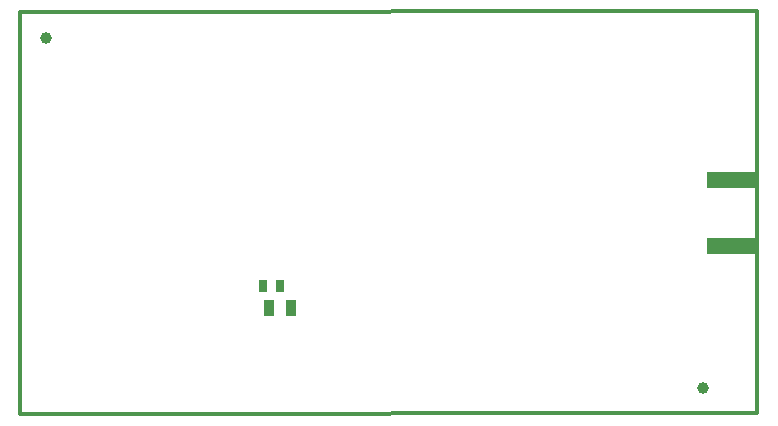
<source format=gbp>
G04*
G04 #@! TF.GenerationSoftware,Altium Limited,Altium Designer,20.2.6 (244)*
G04*
G04 Layer_Color=128*
%FSLAX43Y43*%
%MOMM*%
G71*
G04*
G04 #@! TF.SameCoordinates,2C86BF04-D5EB-48A7-99AD-59697B33CBFA*
G04*
G04*
G04 #@! TF.FilePolarity,Positive*
G04*
G01*
G75*
%ADD12C,0.300*%
%ADD19R,0.725X1.000*%
%ADD25R,4.200X1.350*%
%ADD29C,1.000*%
%ADD30R,0.960X1.400*%
D12*
X-9Y17005D02*
X62391Y17098D01*
X-9Y17005D02*
X0Y-17000D01*
X62391Y17098D02*
X62401Y-16907D01*
X0Y-17000D02*
X62401Y-16907D01*
D19*
X21956Y-6136D02*
D03*
X20531D02*
D03*
D25*
X60270Y2850D02*
D03*
Y-2800D02*
D03*
D29*
X57800Y-14800D02*
D03*
X2200Y14800D02*
D03*
D30*
X22937Y-8061D02*
D03*
X21032Y-8061D02*
D03*
M02*

</source>
